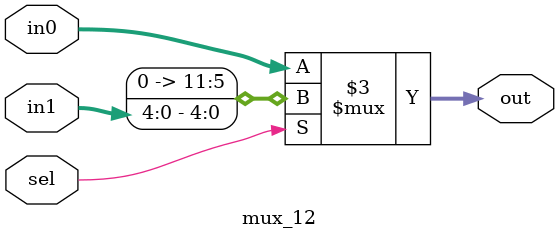
<source format=v>
module mux_12(in0,in1,out,sel);
input [11:0] in0;
input [4:0] in1;
input sel;
output [11:0] out;
assign out = (sel==1'b0)?in0:in1;

endmodule
</source>
